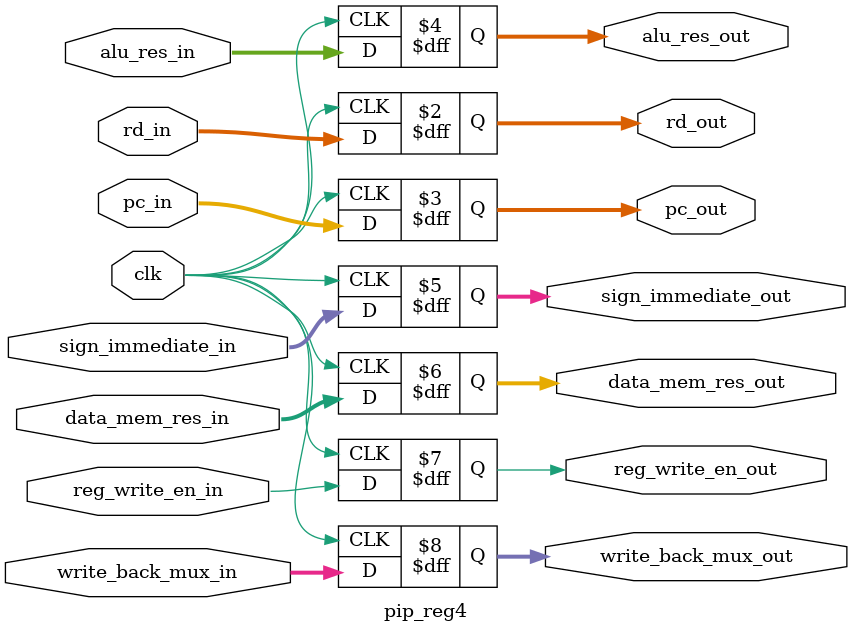
<source format=sv>
module pip_reg4 #(
    parameter IMMEDIATE_WIDTH = 32
) (
    input   logic                           clk,
    input   logic [4:0]                     rd_in,
    input   logic [IMMEDIATE_WIDTH-1:0]     pc_in,
    input   logic [IMMEDIATE_WIDTH-1:0]     alu_res_in,
    input   logic [IMMEDIATE_WIDTH-1:0]     sign_immediate_in,
    input   logic [IMMEDIATE_WIDTH-1:0]     data_mem_res_in,
    input   logic                           reg_write_en_in,
    input   logic [1:0]                     write_back_mux_in,

    output   logic [4:0]                     rd_out,
    output   logic [IMMEDIATE_WIDTH-1:0]     pc_out,
    output   logic [IMMEDIATE_WIDTH-1:0]     alu_res_out,
    output   logic [IMMEDIATE_WIDTH-1:0]     sign_immediate_out,
    output   logic [IMMEDIATE_WIDTH-1:0]     data_mem_res_out,
    output   logic                           reg_write_en_out,
    output   logic [1:0]                     write_back_mux_out
);

    always_ff @(posedge clk) begin
        rd_out <= rd_in;
        pc_out <= pc_in;
        alu_res_out <= alu_res_in;
        sign_immediate_out <= sign_immediate_in;
        data_mem_res_out <= data_mem_res_in;
        reg_write_en_out <= reg_write_en_in;
        write_back_mux_out <= write_back_mux_in;
    end 
    
endmodule

</source>
